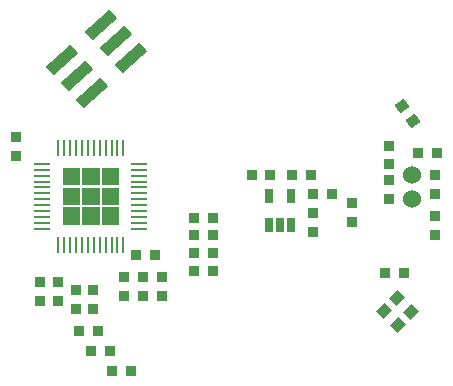
<source format=gbp>
G04*
G04 #@! TF.GenerationSoftware,Altium Limited,Altium Designer,20.0.7 (75)*
G04*
G04 Layer_Color=128*
%FSLAX44Y44*%
%MOMM*%
G71*
G01*
G75*
%ADD21R,0.8636X0.9652*%
%ADD23R,0.9652X0.8636*%
%ADD35C,1.5240*%
%ADD85R,1.4732X0.2286*%
%ADD86R,0.2286X1.4732*%
G04:AMPARAMS|DCode=88|XSize=0.8636mm|YSize=0.9652mm|CornerRadius=0mm|HoleSize=0mm|Usage=FLASHONLY|Rotation=135.000|XOffset=0mm|YOffset=0mm|HoleType=Round|Shape=Rectangle|*
%AMROTATEDRECTD88*
4,1,4,0.6466,0.0359,-0.0359,-0.6466,-0.6466,-0.0359,0.0359,0.6466,0.6466,0.0359,0.0*
%
%ADD88ROTATEDRECTD88*%

G04:AMPARAMS|DCode=89|XSize=0.8636mm|YSize=0.9652mm|CornerRadius=0mm|HoleSize=0mm|Usage=FLASHONLY|Rotation=125.000|XOffset=0mm|YOffset=0mm|HoleType=Round|Shape=Rectangle|*
%AMROTATEDRECTD89*
4,1,4,0.6430,-0.0769,-0.1477,-0.6305,-0.6430,0.0769,0.1477,0.6305,0.6430,-0.0769,0.0*
%
%ADD89ROTATEDRECTD89*%

G04:AMPARAMS|DCode=90|XSize=2.8mm|YSize=1mm|CornerRadius=0mm|HoleSize=0mm|Usage=FLASHONLY|Rotation=42.000|XOffset=0mm|YOffset=0mm|HoleType=Round|Shape=Rectangle|*
%AMROTATEDRECTD90*
4,1,4,-0.7058,-1.3084,-1.3750,-0.5652,0.7058,1.3084,1.3750,0.5652,-0.7058,-1.3084,0.0*
%
%ADD90ROTATEDRECTD90*%

%ADD91R,0.6500X1.2500*%
%ADD97R,0.0254X0.0254*%
G36*
X-97981Y29340D02*
X-112660D01*
Y44019D01*
X-97981D01*
Y29340D01*
D02*
G37*
G36*
X-114660D02*
X-129340D01*
Y44019D01*
X-114660D01*
Y29340D01*
D02*
G37*
G36*
X-131340D02*
X-146019D01*
Y44019D01*
X-131340D01*
Y29340D01*
D02*
G37*
G36*
X-97981Y12660D02*
X-112660D01*
Y27340D01*
X-97981D01*
Y12660D01*
D02*
G37*
G36*
X-114660D02*
X-129340D01*
Y27340D01*
X-114660D01*
Y12660D01*
D02*
G37*
G36*
X-131340D02*
X-146019D01*
Y27340D01*
X-131340D01*
Y12660D01*
D02*
G37*
G36*
X-97981Y-4019D02*
X-112660D01*
Y10660D01*
X-97981D01*
Y-4019D01*
D02*
G37*
G36*
X-114660D02*
X-129340D01*
Y10660D01*
X-114660D01*
Y-4019D01*
D02*
G37*
G36*
X-131340D02*
X-146019D01*
Y10660D01*
X-131340D01*
Y-4019D01*
D02*
G37*
D21*
X30001Y38000D02*
D03*
X13999D02*
D03*
X82001Y22000D02*
D03*
X65999D02*
D03*
X64000Y38000D02*
D03*
X47998D02*
D03*
X154999Y57000D02*
D03*
X171001D02*
D03*
X-104001Y-128000D02*
D03*
X-87999D02*
D03*
X-115999Y-94000D02*
D03*
X-132001D02*
D03*
X-35000Y-28000D02*
D03*
X-18998D02*
D03*
X-67999Y-30000D02*
D03*
X-84001D02*
D03*
X-18998Y2000D02*
D03*
X-35000D02*
D03*
X-122101Y-110700D02*
D03*
X-106099D02*
D03*
X-35001Y-43000D02*
D03*
X-18999D02*
D03*
X-35000Y-13000D02*
D03*
X-18998D02*
D03*
X143001Y-45000D02*
D03*
X126999D02*
D03*
D23*
X-62000Y-47999D02*
D03*
Y-64001D02*
D03*
X-94000D02*
D03*
Y-47999D02*
D03*
X-120000Y-75001D02*
D03*
Y-58999D02*
D03*
X-149600Y-52699D02*
D03*
Y-68701D02*
D03*
X-165100D02*
D03*
Y-52699D02*
D03*
X-78000Y-47999D02*
D03*
Y-64001D02*
D03*
X169000Y38001D02*
D03*
Y21999D02*
D03*
Y3001D02*
D03*
Y-13001D02*
D03*
X66000Y6001D02*
D03*
Y-10001D02*
D03*
X-135000Y-58999D02*
D03*
Y-75001D02*
D03*
X-185000Y70001D02*
D03*
Y53999D02*
D03*
X130000Y63001D02*
D03*
Y46999D02*
D03*
Y17999D02*
D03*
Y34001D02*
D03*
X99000Y-2001D02*
D03*
Y14001D02*
D03*
D35*
X150000Y38000D02*
D03*
Y18000D02*
D03*
D85*
X-163148Y-7500D02*
D03*
Y-2500D02*
D03*
Y2500D02*
D03*
Y7500D02*
D03*
Y12500D02*
D03*
Y17500D02*
D03*
Y22500D02*
D03*
Y27500D02*
D03*
Y32500D02*
D03*
Y37500D02*
D03*
Y42500D02*
D03*
Y47500D02*
D03*
X-80852D02*
D03*
Y42500D02*
D03*
Y37500D02*
D03*
Y32500D02*
D03*
Y27500D02*
D03*
Y22500D02*
D03*
Y17500D02*
D03*
Y12500D02*
D03*
Y7500D02*
D03*
Y2500D02*
D03*
Y-2500D02*
D03*
Y-7500D02*
D03*
D86*
X-149500Y61148D02*
D03*
X-144500D02*
D03*
X-139500D02*
D03*
X-134500D02*
D03*
X-129500D02*
D03*
X-124500D02*
D03*
X-119500D02*
D03*
X-114500D02*
D03*
X-109500D02*
D03*
X-104500D02*
D03*
X-99500D02*
D03*
X-94500D02*
D03*
Y-21148D02*
D03*
X-99500D02*
D03*
X-104500D02*
D03*
X-109500D02*
D03*
X-114500D02*
D03*
X-119500D02*
D03*
X-124500D02*
D03*
X-129500D02*
D03*
X-134500D02*
D03*
X-139500D02*
D03*
X-144500D02*
D03*
X-149500D02*
D03*
D88*
X126342Y-77342D02*
D03*
X137658Y-88658D02*
D03*
X148658Y-77658D02*
D03*
X137342Y-66342D02*
D03*
D89*
X150589Y83446D02*
D03*
X141411Y96554D02*
D03*
D90*
X-113800Y165236D02*
D03*
X-146498Y135794D02*
D03*
X-101087Y151116D02*
D03*
X-133785Y121674D02*
D03*
X-88373Y136996D02*
D03*
X-121072Y107554D02*
D03*
D91*
X47400Y-4500D02*
D03*
X38000D02*
D03*
X28600D02*
D03*
Y20500D02*
D03*
X47400D02*
D03*
D97*
X-122000Y20000D02*
D03*
M02*

</source>
